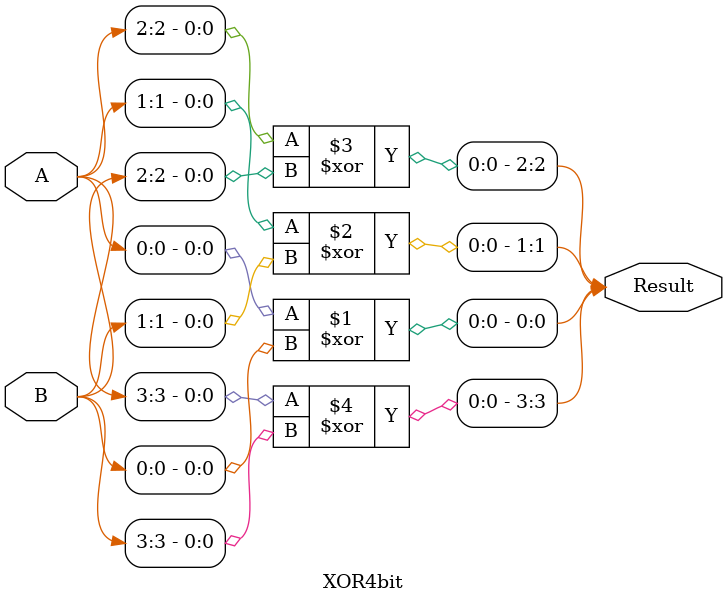
<source format=v>

module XOR4bit(
    input  [3:0] A, B,     // Entradas de 4 bits
    output [3:0] Result    // Resultado XOR bit a bit
);

    // Operação XOR bit a bit
    xor xor0(Result[0], A[0], B[0]);
    xor xor1(Result[1], A[1], B[1]);
    xor xor2(Result[2], A[2], B[2]);
    xor xor3(Result[3], A[3], B[3]);

endmodule
</source>
